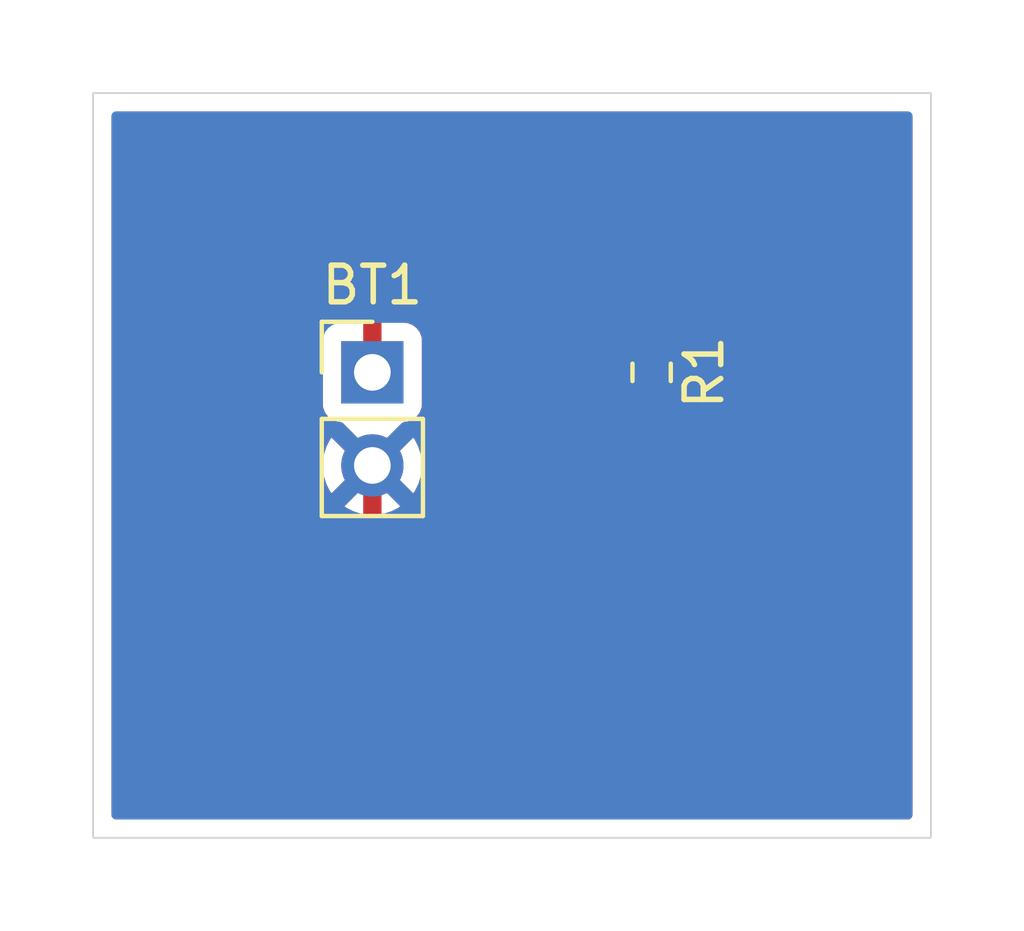
<source format=kicad_pcb>
(kicad_pcb (version 20241229) (generator "pcbnew") (generator_version "9.0")
  (layers (0 "F.Cu" signal) (2 "B.Cu" signal) (13 "F.Paste" user) (15 "B.Paste" user) (5 "F.SilkS" user "F.Silkscreen") (7 "B.SilkS" user "B.Silkscreen") (1 "F.Mask" user) (3 "B.Mask" user) (25 "Edge.Cuts" user))
  (net 0 "")
  (net 1 "Net-(BT1-+)")
  (net 2 "GND")
  (footprint "Resistor_SMD:R_0603_1608Metric" (layer "F.Cu") (at 50.8 33.02 -90)
    (property "Reference" "R1" (at 0 -1.43 90) (layer "F.SilkS"))
    (property "Value" "1k")
    (fp_line (start -0.237258 0.5225) (end 0.237258 0.5225) (stroke (width 0.12)) (layer "F.SilkS"))
    (fp_line (start -0.237258 -0.5225) (end 0.237258 -0.5225) (stroke (width 0.12)) (layer "F.SilkS"))
    (pad "1" smd roundrect (at -0.825 0 270) (size 0.8 0.95) (layers "F.Cu" "F.Mask" "F.Paste") (net 1 "Net-(BT1-+)"))
    (pad "2" smd roundrect (at 0.825 0 270) (size 0.8 0.95) (layers "F.Cu" "F.Mask" "F.Paste") (net 2 "GND"))
  )
  (footprint "Connector_PinHeader_2.54mm:PinHeader_1x02_P2.54mm_Vertical" (layer "F.Cu") (at 43.18 33.02)
    (property "Reference" "BT1" (at 0 -2.38 0) (layer "F.SilkS"))
    (property "Value" "Battery")
    (fp_line (start -1.38 -1.38) (end 0 -1.38) (stroke (width 0.12)) (layer "F.SilkS"))
    (fp_line (start -1.38 0) (end -1.38 -1.38) (stroke (width 0.12)) (layer "F.SilkS"))
    (fp_line (start -1.38 1.27) (end -1.38 3.92) (stroke (width 0.12)) (layer "F.SilkS"))
    (fp_line (start -1.38 1.27) (end 1.38 1.27) (stroke (width 0.12)) (layer "F.SilkS"))
    (fp_line (start -1.38 3.92) (end 1.38 3.92) (stroke (width 0.12)) (layer "F.SilkS"))
    (fp_line (start 1.38 1.27) (end 1.38 3.92) (stroke (width 0.12)) (layer "F.SilkS"))
    (pad "1" thru_hole rect (at 0 0) (size 1.7 1.7) (drill 1) (layers "*.Cu" "*.Mask") (net 1 "Net-(BT1-+)"))
    (pad "2" thru_hole circle (at 0 2.54) (size 1.7 1.7) (drill 1) (layers "*.Cu" "*.Mask") (net 2 "GND"))
  )
  (gr_rect (start 35.56 25.4) (end 58.42 45.72) (stroke (width 0.05)) (fill no) (layer "Edge.Cuts"))
  (segment (start 43.18 33.02) (end 43.18 30.48) (width 0.5) (layer "F.Cu") (net 1))
  (segment (start 44.45 29.21) (end 49.53 29.21) (width 0.5) (layer "F.Cu") (net 1))
  (segment (start 49.53 29.21) (end 50.8 30.48) (width 0.5) (layer "F.Cu") (net 1))
  (segment (start 50.8 30.48) (end 50.8 32.195) (width 0.5) (layer "F.Cu") (net 1))
  (segment (start 43.18 30.48) (end 44.45 29.21) (width 0.5) (layer "F.Cu") (net 1))
  (segment (start 43.18 35.56) (end 43.18 38.1) (width 0.5) (layer "F.Cu") (net 2))
  (segment (start 49.53 39.37) (end 50.8 38.1) (width 0.5) (layer "F.Cu") (net 2))
  (segment (start 50.8 38.1) (end 50.8 33.845) (width 0.5) (layer "F.Cu") (net 2))
  (segment (start 43.18 38.1) (end 44.45 39.37) (width 0.5) (layer "F.Cu") (net 2))
  (segment (start 44.45 39.37) (end 49.53 39.37) (width 0.5) (layer "F.Cu") (net 2))
  (zone (net 2) (net_name "GND") (layers "F.Cu" "B.Cu") (connect_pads (clearance 0.5)) (min_thickness 0.25) (fill yes (thermal_gap 0.5) (thermal_bridge_width 0.5))
    (polygon (pts (xy 33.02 22.86) (xy 33.02 48.26) (xy 60.96 48.26) (xy 60.96 22.86)))
  )
)
</source>
